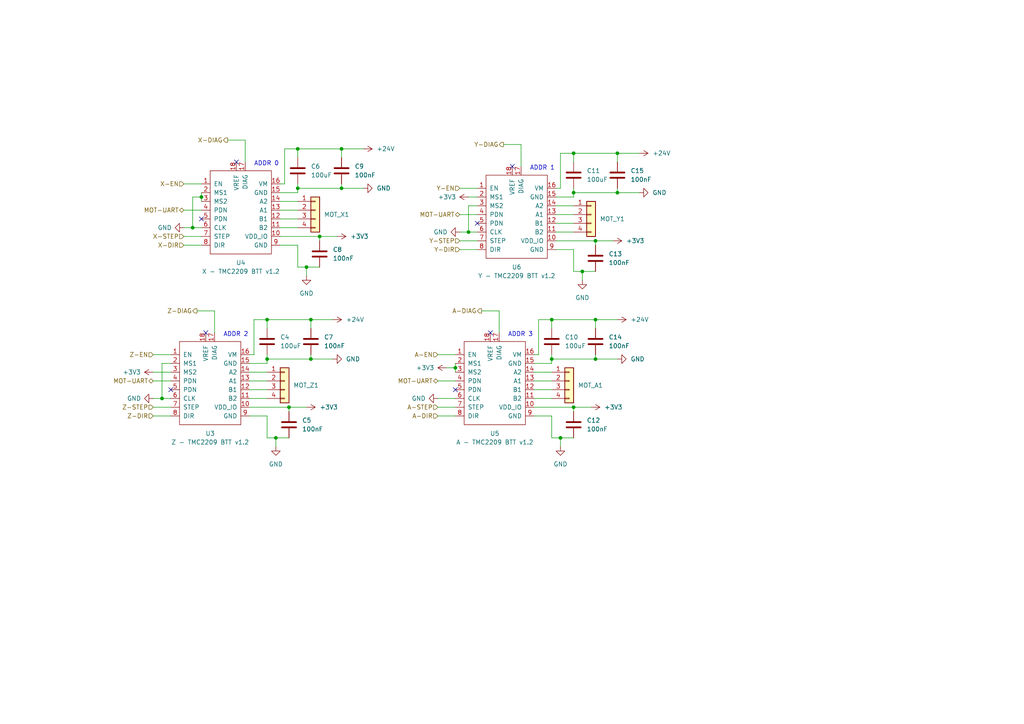
<source format=kicad_sch>
(kicad_sch (version 20211123) (generator eeschema)
  (paper "A4")
  (title_block (title "TMC2209 Drivers") (date "2022-01-01") (rev "1") (company "Teske's Lab"))
  (lib_symbols
    (symbol "Connector_Generic:Conn_01x04" (pin_names (offset 1.016) hide)
      (property "Reference" "J" (at 0 5.08 0))
      (property "Value" "Conn_01x04" (at 0 -7.62 0))
      (symbol "Conn_01x04_1_1"
        (rectangle (start -1.27 -4.953) (end 0 -5.207) (stroke (width 0.1524)))
        (rectangle (start -1.27 -2.413) (end 0 -2.667) (stroke (width 0.1524)))
        (rectangle (start -1.27 0.127) (end 0 -0.127) (stroke (width 0.1524)))
        (rectangle (start -1.27 2.667) (end 0 2.413) (stroke (width 0.1524)))
        (rectangle (start -1.27 3.81) (end 1.27 -6.35) (stroke (width 0.254)) (fill (type background)))
        (pin passive line (at -5.08 2.54 0) (length 3.81) (name "Pin_1") (number "1"))
        (pin passive line (at -5.08 0 0) (length 3.81) (name "Pin_2") (number "2"))
        (pin passive line (at -5.08 -2.54 0) (length 3.81) (name "Pin_3") (number "3"))
        (pin passive line (at -5.08 -5.08 0) (length 3.81) (name "Pin_4") (number "4"))
      )
    )
    (symbol "Device:C" (pin_numbers hide) (pin_names (offset 0.254))
      (property "Reference" "C" (at 0.635 2.54 0))
      (property "Value" "C" (at 0.635 -2.54 0))
      (symbol "C_0_1"
        (polyline (pts (xy -2.032 -0.762) (xy 2.032 -0.762)) (stroke (width 0.508)))
        (polyline (pts (xy -2.032 0.762) (xy 2.032 0.762)) (stroke (width 0.508)))
      )
      (symbol "C_1_1"
        (pin passive line (at 0 3.81 270) (length 2.794) (name "~") (number "1"))
        (pin passive line (at 0 -3.81 90) (length 2.794) (name "~") (number "2"))
      )
    )
    (symbol "analog_tmc2209-btt:Analog_TMC2209-BTT" (pin_names (offset 1.016))
      (property "Reference" "U1" (at 0 -13.2842 0))
      (property "Value" "TMC2209-BTT" (at 0 -15.5956 0))
      (symbol "Analog_TMC2209-BTT_0_1"
        (rectangle (start -8.89 12.7) (end 8.89 -11.43))
      )
      (symbol "Analog_TMC2209-BTT_1_1"
        (pin input line (at -11.43 8.89 0) (length 2.54) (name "EN") (number "1"))
        (pin power_in line (at 11.43 -6.35 180) (length 2.54) (name "VDD_IO") (number "10"))
        (pin output line (at 11.43 -3.81 180) (length 2.54) (name "B2") (number "11"))
        (pin output line (at 11.43 -1.27 180) (length 2.54) (name "B1") (number "12"))
        (pin output line (at 11.43 1.27 180) (length 2.54) (name "A1") (number "13"))
        (pin output line (at 11.43 3.81 180) (length 2.54) (name "A2") (number "14"))
        (pin power_in line (at 11.43 6.35 180) (length 2.54) (name "GND") (number "15"))
        (pin power_in line (at 11.43 8.89 180) (length 2.54) (name "VM") (number "16"))
        (pin output line (at 1.27 15.24 270) (length 2.54) (name "DIAG") (number "17"))
        (pin power_in line (at -1.27 15.24 270) (length 2.54) (name "VREF") (number "18"))
        (pin input line (at -11.43 6.35 0) (length 2.54) (name "MS1") (number "2"))
        (pin input line (at -11.43 3.81 0) (length 2.54) (name "MS2") (number "3"))
        (pin bidirectional line (at -11.43 1.27 0) (length 2.54) (name "PDN") (number "4"))
        (pin input line (at -11.43 -1.27 0) (length 2.54) (name "PDN") (number "5"))
        (pin input line (at -11.43 -3.81 0) (length 2.54) (name "CLK") (number "6"))
        (pin input line (at -11.43 -6.35 0) (length 2.54) (name "STEP") (number "7"))
        (pin input line (at -11.43 -8.89 0) (length 2.54) (name "DIR") (number "8"))
        (pin power_in line (at 11.43 -8.89 180) (length 2.54) (name "GND") (number "9"))
      )
    )
    (symbol "power:+24V" (power) (pin_names (offset 0))
      (property "Value" "+24V" (at 0 3.556 0))
      (symbol "+24V_0_1"
        (polyline (pts (xy -0.762 1.27) (xy 0 2.54)))
        (polyline (pts (xy 0 0) (xy 0 2.54)))
        (polyline (pts (xy 0 2.54) (xy 0.762 1.27)))
      )
      (symbol "+24V_1_1"
        (pin power_in line (at 0 0 90) (length 0) hide (name "+24V") (number "1"))
      )
    )
    (symbol "power:+3V3" (power) (pin_names (offset 0))
      (property "Value" "+3V3" (at 0 3.556 0))
      (symbol "+3V3_0_1"
        (polyline (pts (xy -0.762 1.27) (xy 0 2.54)))
        (polyline (pts (xy 0 0) (xy 0 2.54)))
        (polyline (pts (xy 0 2.54) (xy 0.762 1.27)))
      )
      (symbol "+3V3_1_1"
        (pin power_in line (at 0 0 90) (length 0) hide (name "+3V3") (number "1"))
      )
    )
    (symbol "power:GND" (power) (pin_names (offset 0))
      (property "Value" "GND" (at 0 -3.81 0))
      (symbol "GND_0_1"
        (polyline (pts (xy 0 0) (xy 0 -1.27) (xy 1.27 -1.27) (xy 0 -2.54) (xy -1.27 -1.27) (xy 0 -1.27)))
      )
      (symbol "GND_1_1"
        (pin power_in line (at 0 0 270) (length 0) hide (name "GND") (number "1"))
      )
    )
  )
  (junction (at 166.37 44.45))
  (junction (at 135.89 67.31))
  (junction (at 166.37 55.88))
  (junction (at 172.72 69.85))
  (junction (at 172.72 104.14))
  (junction (at 179.07 44.45))
  (junction (at 80.01 127))
  (junction (at 166.37 118.11))
  (junction (at 179.07 55.88))
  (junction (at 86.36 54.61))
  (junction (at 172.72 92.71))
  (junction (at 162.56 127))
  (junction (at 58.42 57.15))
  (junction (at 55.88 66.04))
  (junction (at 90.17 104.14))
  (junction (at 88.9 77.47))
  (junction (at 77.47 104.14))
  (junction (at 46.99 115.57))
  (junction (at 90.17 92.71))
  (junction (at 168.91 78.74))
  (junction (at 92.71 68.58))
  (junction (at 99.06 54.61))
  (junction (at 83.82 118.11))
  (junction (at 86.36 43.18))
  (junction (at 160.02 92.71))
  (junction (at 99.06 43.18))
  (junction (at 132.08 106.68))
  (junction (at 160.02 104.14))
  (junction (at 77.47 92.71))
  (no_connect (at 148.59 48.26))
  (no_connect (at 138.43 64.77))
  (no_connect (at 68.58 46.99))
  (no_connect (at 58.42 63.5))
  (no_connect (at 132.08 113.03))
  (no_connect (at 142.24 96.52))
  (no_connect (at 59.69 96.52))
  (no_connect (at 49.53 113.03))
  (wire (pts (xy 58.42 57.15) (xy 58.42 58.42)))
  (wire (pts (xy 72.39 120.65) (xy 77.47 120.65)))
  (wire (pts (xy 83.82 118.11) (xy 88.9 118.11)))
  (wire (pts (xy 88.9 77.47) (xy 92.71 77.47)))
  (wire (pts (xy 127 118.11) (xy 132.08 118.11)))
  (wire (pts (xy 44.45 115.57) (xy 46.99 115.57)))
  (wire (pts (xy 179.07 55.88) (xy 166.37 55.88)))
  (wire (pts (xy 154.94 113.03) (xy 160.02 113.03)))
  (wire (pts (xy 172.72 69.85) (xy 172.72 71.12)))
  (wire (pts (xy 160.02 105.41) (xy 160.02 104.14)))
  (wire (pts (xy 161.29 54.61) (xy 162.56 54.61)))
  (wire (pts (xy 160.02 120.65) (xy 160.02 127)))
  (wire (pts (xy 81.28 53.34) (xy 82.55 53.34)))
  (wire (pts (xy 133.35 54.61) (xy 138.43 54.61)))
  (wire (pts (xy 55.88 57.15) (xy 58.42 57.15)))
  (wire (pts (xy 160.02 127) (xy 162.56 127)))
  (wire (pts (xy 73.66 92.71) (xy 77.47 92.71)))
  (wire (pts (xy 185.42 55.88) (xy 179.07 55.88)))
  (wire (pts (xy 99.06 45.72) (xy 99.06 43.18)))
  (wire (pts (xy 172.72 104.14) (xy 172.72 102.87)))
  (wire (pts (xy 90.17 104.14) (xy 90.17 102.87)))
  (wire (pts (xy 77.47 104.14) (xy 77.47 102.87)))
  (wire (pts (xy 161.29 57.15) (xy 166.37 57.15)))
  (wire (pts (xy 154.94 110.49) (xy 160.02 110.49)))
  (wire (pts (xy 55.88 66.04) (xy 58.42 66.04)))
  (wire (pts (xy 71.12 40.64) (xy 66.04 40.64)))
  (wire (pts (xy 81.28 58.42) (xy 86.36 58.42)))
  (wire (pts (xy 144.78 96.52) (xy 144.78 90.17)))
  (wire (pts (xy 81.28 60.96) (xy 86.36 60.96)))
  (wire (pts (xy 81.28 55.88) (xy 86.36 55.88)))
  (wire (pts (xy 86.36 43.18) (xy 86.36 45.72)))
  (wire (pts (xy 168.91 78.74) (xy 168.91 81.28)))
  (wire (pts (xy 92.71 68.58) (xy 92.71 69.85)))
  (wire (pts (xy 154.94 118.11) (xy 166.37 118.11)))
  (wire (pts (xy 77.47 105.41) (xy 77.47 104.14)))
  (wire (pts (xy 172.72 104.14) (xy 160.02 104.14)))
  (wire (pts (xy 161.29 62.23) (xy 166.37 62.23)))
  (wire (pts (xy 92.71 68.58) (xy 97.79 68.58)))
  (wire (pts (xy 135.89 67.31) (xy 138.43 67.31)))
  (wire (pts (xy 151.13 48.26) (xy 151.13 41.91)))
  (wire (pts (xy 166.37 78.74) (xy 168.91 78.74)))
  (wire (pts (xy 162.56 44.45) (xy 166.37 44.45)))
  (wire (pts (xy 179.07 55.88) (xy 179.07 54.61)))
  (wire (pts (xy 166.37 55.88) (xy 166.37 54.61)))
  (wire (pts (xy 99.06 43.18) (xy 105.41 43.18)))
  (wire (pts (xy 53.34 66.04) (xy 55.88 66.04)))
  (wire (pts (xy 83.82 118.11) (xy 83.82 119.38)))
  (wire (pts (xy 46.99 115.57) (xy 49.53 115.57)))
  (wire (pts (xy 135.89 57.15) (xy 138.43 57.15)))
  (wire (pts (xy 90.17 104.14) (xy 77.47 104.14)))
  (wire (pts (xy 82.55 43.18) (xy 86.36 43.18)))
  (wire (pts (xy 133.35 67.31) (xy 135.89 67.31)))
  (wire (pts (xy 138.43 59.69) (xy 135.89 59.69)))
  (wire (pts (xy 166.37 118.11) (xy 166.37 119.38)))
  (wire (pts (xy 162.56 127) (xy 166.37 127)))
  (wire (pts (xy 162.56 127) (xy 162.56 129.54)))
  (wire (pts (xy 129.54 106.68) (xy 132.08 106.68)))
  (wire (pts (xy 161.29 59.69) (xy 166.37 59.69)))
  (wire (pts (xy 77.47 127) (xy 80.01 127)))
  (wire (pts (xy 135.89 59.69) (xy 135.89 67.31)))
  (wire (pts (xy 172.72 92.71) (xy 179.07 92.71)))
  (wire (pts (xy 90.17 92.71) (xy 77.47 92.71)))
  (wire (pts (xy 166.37 72.39) (xy 166.37 78.74)))
  (wire (pts (xy 168.91 78.74) (xy 172.72 78.74)))
  (wire (pts (xy 160.02 92.71) (xy 160.02 95.25)))
  (wire (pts (xy 44.45 110.49) (xy 49.53 110.49)))
  (wire (pts (xy 62.23 90.17) (xy 57.15 90.17)))
  (wire (pts (xy 156.21 102.87) (xy 156.21 92.71)))
  (wire (pts (xy 179.07 44.45) (xy 185.42 44.45)))
  (wire (pts (xy 58.42 55.88) (xy 58.42 57.15)))
  (wire (pts (xy 80.01 127) (xy 80.01 129.54)))
  (wire (pts (xy 46.99 105.41) (xy 46.99 115.57)))
  (wire (pts (xy 166.37 118.11) (xy 171.45 118.11)))
  (wire (pts (xy 99.06 43.18) (xy 86.36 43.18)))
  (wire (pts (xy 80.01 127) (xy 83.82 127)))
  (wire (pts (xy 72.39 107.95) (xy 77.47 107.95)))
  (wire (pts (xy 72.39 102.87) (xy 73.66 102.87)))
  (wire (pts (xy 90.17 92.71) (xy 96.52 92.71)))
  (wire (pts (xy 81.28 68.58) (xy 92.71 68.58)))
  (wire (pts (xy 81.28 66.04) (xy 86.36 66.04)))
  (wire (pts (xy 144.78 90.17) (xy 139.7 90.17)))
  (wire (pts (xy 53.34 68.58) (xy 58.42 68.58)))
  (wire (pts (xy 166.37 57.15) (xy 166.37 55.88)))
  (wire (pts (xy 133.35 62.23) (xy 138.43 62.23)))
  (wire (pts (xy 71.12 46.99) (xy 71.12 40.64)))
  (wire (pts (xy 77.47 120.65) (xy 77.47 127)))
  (wire (pts (xy 86.36 55.88) (xy 86.36 54.61)))
  (wire (pts (xy 44.45 102.87) (xy 49.53 102.87)))
  (wire (pts (xy 172.72 92.71) (xy 160.02 92.71)))
  (wire (pts (xy 132.08 105.41) (xy 132.08 106.68)))
  (wire (pts (xy 156.21 92.71) (xy 160.02 92.71)))
  (wire (pts (xy 81.28 63.5) (xy 86.36 63.5)))
  (wire (pts (xy 44.45 107.95) (xy 49.53 107.95)))
  (wire (pts (xy 161.29 72.39) (xy 166.37 72.39)))
  (wire (pts (xy 166.37 44.45) (xy 166.37 46.99)))
  (wire (pts (xy 179.07 46.99) (xy 179.07 44.45)))
  (wire (pts (xy 132.08 106.68) (xy 132.08 107.95)))
  (wire (pts (xy 179.07 44.45) (xy 166.37 44.45)))
  (wire (pts (xy 86.36 54.61) (xy 86.36 53.34)))
  (wire (pts (xy 72.39 110.49) (xy 77.47 110.49)))
  (wire (pts (xy 44.45 118.11) (xy 49.53 118.11)))
  (wire (pts (xy 127 102.87) (xy 132.08 102.87)))
  (wire (pts (xy 161.29 69.85) (xy 172.72 69.85)))
  (wire (pts (xy 55.88 66.04) (xy 55.88 57.15)))
  (wire (pts (xy 44.45 120.65) (xy 49.53 120.65)))
  (wire (pts (xy 86.36 71.12) (xy 86.36 77.47)))
  (wire (pts (xy 72.39 113.03) (xy 77.47 113.03)))
  (wire (pts (xy 127 115.57) (xy 132.08 115.57)))
  (wire (pts (xy 53.34 53.34) (xy 58.42 53.34)))
  (wire (pts (xy 53.34 60.96) (xy 58.42 60.96)))
  (wire (pts (xy 99.06 54.61) (xy 99.06 53.34)))
  (wire (pts (xy 154.94 102.87) (xy 156.21 102.87)))
  (wire (pts (xy 133.35 69.85) (xy 138.43 69.85)))
  (wire (pts (xy 151.13 41.91) (xy 146.05 41.91)))
  (wire (pts (xy 105.41 54.61) (xy 99.06 54.61)))
  (wire (pts (xy 77.47 92.71) (xy 77.47 95.25)))
  (wire (pts (xy 49.53 105.41) (xy 46.99 105.41)))
  (wire (pts (xy 154.94 107.95) (xy 160.02 107.95)))
  (wire (pts (xy 154.94 120.65) (xy 160.02 120.65)))
  (wire (pts (xy 72.39 115.57) (xy 77.47 115.57)))
  (wire (pts (xy 179.07 104.14) (xy 172.72 104.14)))
  (wire (pts (xy 154.94 105.41) (xy 160.02 105.41)))
  (wire (pts (xy 86.36 77.47) (xy 88.9 77.47)))
  (wire (pts (xy 172.72 69.85) (xy 177.8 69.85)))
  (wire (pts (xy 99.06 54.61) (xy 86.36 54.61)))
  (wire (pts (xy 161.29 64.77) (xy 166.37 64.77)))
  (wire (pts (xy 162.56 54.61) (xy 162.56 44.45)))
  (wire (pts (xy 72.39 118.11) (xy 83.82 118.11)))
  (wire (pts (xy 127 120.65) (xy 132.08 120.65)))
  (wire (pts (xy 73.66 102.87) (xy 73.66 92.71)))
  (wire (pts (xy 160.02 104.14) (xy 160.02 102.87)))
  (wire (pts (xy 127 110.49) (xy 132.08 110.49)))
  (wire (pts (xy 96.52 104.14) (xy 90.17 104.14)))
  (wire (pts (xy 161.29 67.31) (xy 166.37 67.31)))
  (wire (pts (xy 154.94 115.57) (xy 160.02 115.57)))
  (wire (pts (xy 133.35 72.39) (xy 138.43 72.39)))
  (wire (pts (xy 90.17 95.25) (xy 90.17 92.71)))
  (wire (pts (xy 172.72 95.25) (xy 172.72 92.71)))
  (wire (pts (xy 81.28 71.12) (xy 86.36 71.12)))
  (wire (pts (xy 53.34 71.12) (xy 58.42 71.12)))
  (wire (pts (xy 72.39 105.41) (xy 77.47 105.41)))
  (wire (pts (xy 82.55 53.34) (xy 82.55 43.18)))
  (wire (pts (xy 88.9 77.47) (xy 88.9 80.01)))
  (wire (pts (xy 62.23 96.52) (xy 62.23 90.17)))
  (text "ADDR 2" (at 64.77 97.79 0) (effects (font (size 1.27 1.27)) (justify left bottom)))
  (text "ADDR 1" (at 153.67 49.53 0) (effects (font (size 1.27 1.27)) (justify left bottom)))
  (text "ADDR 3" (at 147.32 97.79 0) (effects (font (size 1.27 1.27)) (justify left bottom)))
  (text "ADDR 0" (at 73.66 48.26 0) (effects (font (size 1.27 1.27)) (justify left bottom)))
  (hierarchical_label "Z-STEP" (shape input) (at 44.45 118.11 180))
  (hierarchical_label "Z-DIAG" (shape output) (at 57.15 90.17 180))
  (hierarchical_label "Y-STEP" (shape input) (at 133.35 69.85 180))
  (hierarchical_label "Y-DIAG" (shape output) (at 146.05 41.91 180))
  (hierarchical_label "MOT-UART" (shape bidirectional) (at 127 110.49 180))
  (hierarchical_label "MOT-UART" (shape bidirectional) (at 44.45 110.49 180))
  (hierarchical_label "X-EN" (shape input) (at 53.34 53.34 180))
  (hierarchical_label "X-DIAG" (shape output) (at 66.04 40.64 180))
  (hierarchical_label "Z-DIR" (shape input) (at 44.45 120.65 180))
  (hierarchical_label "A-DIR" (shape input) (at 127 120.65 180))
  (hierarchical_label "MOT-UART" (shape bidirectional) (at 53.34 60.96 180))
  (hierarchical_label "Z-EN" (shape input) (at 44.45 102.87 180))
  (hierarchical_label "Y-DIR" (shape input) (at 133.35 72.39 180))
  (hierarchical_label "A-STEP" (shape input) (at 127 118.11 180))
  (hierarchical_label "A-DIAG" (shape output) (at 139.7 90.17 180))
  (hierarchical_label "Y-EN" (shape input) (at 133.35 54.61 180))
  (hierarchical_label "A-EN" (shape input) (at 127 102.87 180))
  (hierarchical_label "MOT-UART" (shape bidirectional) (at 133.35 62.23 180))
  (hierarchical_label "X-DIR" (shape input) (at 53.34 71.12 180))
  (hierarchical_label "X-STEP" (shape input) (at 53.34 68.58 180))
  (symbol (lib_id "Device:C") (at 83.82 123.19 0) (unit 1)
    (property "Reference" "C5" (at 87.63 121.9199 0) (effects (justify left)))
    (property "Value" "100nF" (at 87.63 124.4599 0) (effects (justify left)))
    (property "Footprint" "Capacitor_SMD:C_0805_2012Metric_Pad1.18x1.45mm_HandSolder" (effects hide))
  )
  (symbol (lib_id "Connector_Generic:Conn_01x04") (at 82.55 110.49 0) (unit 1)
    (property "Reference" "MOT_Z1" (at 85.09 111.76 0) (effects (justify left)))
    (property "Value" "Conn_01x04" (effects hide))
    (property "Footprint" "Connector_PinHeader_2.54mm:PinHeader_1x04_P2.54mm_Vertical" (effects hide))
  )
  (symbol (lib_id "Device:C") (at 86.36 49.53 0) (unit 1)
    (property "Reference" "C6" (at 90.17 48.2599 0) (effects (justify left)))
    (property "Value" "100uF" (at 90.17 50.7999 0) (effects (justify left)))
    (property "Footprint" "Capacitor_THT:CP_Radial_D8.0mm_P3.50mm" (effects hide))
  )
  (symbol (lib_id "Device:C") (at 90.17 99.06 0) (unit 1)
    (property "Reference" "C7" (at 93.98 97.7899 0) (effects (justify left)))
    (property "Value" "100nF" (at 93.98 100.3299 0) (effects (justify left)))
    (property "Footprint" "Capacitor_SMD:C_0805_2012Metric_Pad1.18x1.45mm_HandSolder" (effects hide))
  )
  (symbol (lib_id "Device:C") (at 179.07 50.8 0) (unit 1)
    (property "Reference" "C15" (at 182.88 49.5299 0) (effects (justify left)))
    (property "Value" "100nF" (at 182.88 52.0699 0) (effects (justify left)))
    (property "Footprint" "Capacitor_SMD:C_0805_2012Metric_Pad1.18x1.45mm_HandSolder" (effects hide))
  )
  (symbol (lib_id "Device:C") (at 99.06 49.53 0) (unit 1)
    (property "Reference" "C9" (at 102.87 48.2599 0) (effects (justify left)))
    (property "Value" "100nF" (at 102.87 50.7999 0) (effects (justify left)))
    (property "Footprint" "Capacitor_SMD:C_0805_2012Metric_Pad1.18x1.45mm_HandSolder" (effects hide))
  )
  (symbol (lib_id "power:GND") (at 105.41 54.61 90) (unit 1)
    (property "Reference" "#PWR028" (effects hide))
    (property "Value" "GND" (at 109.22 54.6099 90) (effects (justify right)))
  )
  (symbol (lib_id "Connector_Generic:Conn_01x04") (at 171.45 62.23 0) (unit 1)
    (property "Reference" "MOT_Y1" (at 173.99 63.5 0) (effects (justify left)))
    (property "Value" "Conn_01x04" (effects hide))
    (property "Footprint" "Connector_PinHeader_2.54mm:PinHeader_1x04_P2.54mm_Vertical" (effects hide))
  )
  (symbol (lib_id "analog_tmc2209-btt:Analog_TMC2209-BTT") (at 60.96 111.76 0) (unit 1)
    (property "Reference" "U3" (at 60.96 125.73 0))
    (property "Value" "Z - TMC2209 BTT v1.2" (at 60.96 128.27 0))
    (property "Footprint" "TMC2209:BTT-TMC2209" (effects hide))
  )
  (symbol (lib_id "Device:C") (at 172.72 99.06 0) (unit 1)
    (property "Reference" "C14" (at 176.53 97.7899 0) (effects (justify left)))
    (property "Value" "100nF" (at 176.53 100.3299 0) (effects (justify left)))
    (property "Footprint" "Capacitor_SMD:C_0805_2012Metric_Pad1.18x1.45mm_HandSolder" (effects hide))
  )
  (symbol (lib_id "power:+24V") (at 96.52 92.71 270) (unit 1)
    (property "Reference" "#PWR024" (effects hide))
    (property "Value" "+24V" (at 100.33 92.7099 90) (effects (justify left)))
  )
  (symbol (lib_id "power:GND") (at 96.52 104.14 90) (unit 1)
    (property "Reference" "#PWR025" (effects hide))
    (property "Value" "GND" (at 100.33 104.1399 90) (effects (justify right)))
  )
  (symbol (lib_id "power:+24V") (at 185.42 44.45 270) (unit 1)
    (property "Reference" "#PWR039" (effects hide))
    (property "Value" "+24V" (at 189.23 44.4499 90) (effects (justify left)))
  )
  (symbol (lib_id "power:GND") (at 127 115.57 270) (unit 1)
    (property "Reference" "#PWR029" (effects hide))
    (property "Value" "GND" (at 119.38 115.57 90) (effects (justify left)))
  )
  (symbol (lib_id "power:+3V3") (at 135.89 57.15 90) (unit 1)
    (property "Reference" "#PWR032" (effects hide))
    (property "Value" "+3V3" (at 127 57.15 90) (effects (justify right)))
  )
  (symbol (lib_id "Device:C") (at 160.02 99.06 0) (unit 1)
    (property "Reference" "C10" (at 163.83 97.7899 0) (effects (justify left)))
    (property "Value" "100uF" (at 163.83 100.3299 0) (effects (justify left)))
    (property "Footprint" "Capacitor_THT:CP_Radial_D8.0mm_P3.50mm" (effects hide))
  )
  (symbol (lib_id "power:+3V3") (at 88.9 118.11 270) (unit 1)
    (property "Reference" "#PWR023" (effects hide))
    (property "Value" "+3V3" (at 92.71 118.1099 90) (effects (justify left)))
  )
  (symbol (lib_id "power:+3V3") (at 97.79 68.58 270) (unit 1)
    (property "Reference" "#PWR026" (effects hide))
    (property "Value" "+3V3" (at 101.6 68.5799 90) (effects (justify left)))
  )
  (symbol (lib_id "analog_tmc2209-btt:Analog_TMC2209-BTT") (at 149.86 63.5 0) (unit 1)
    (property "Reference" "U6" (at 149.86 77.47 0))
    (property "Value" "Y - TMC2209 BTT v1.2" (at 149.86 80.01 0))
    (property "Footprint" "TMC2209:BTT-TMC2209" (effects hide))
  )
  (symbol (lib_id "power:GND") (at 88.9 80.01 0) (unit 1)
    (property "Reference" "#PWR022" (effects hide))
    (property "Value" "GND" (at 88.9 85.09 0))
  )
  (symbol (lib_id "Device:C") (at 172.72 74.93 0) (unit 1)
    (property "Reference" "C13" (at 176.53 73.6599 0) (effects (justify left)))
    (property "Value" "100nF" (at 176.53 76.1999 0) (effects (justify left)))
    (property "Footprint" "Capacitor_SMD:C_0805_2012Metric_Pad1.18x1.45mm_HandSolder" (effects hide))
  )
  (symbol (lib_id "power:GND") (at 44.45 115.57 270) (unit 1)
    (property "Reference" "#PWR019" (effects hide))
    (property "Value" "GND" (at 36.83 115.57 90) (effects (justify left)))
  )
  (symbol (lib_id "power:+24V") (at 105.41 43.18 270) (unit 1)
    (property "Reference" "#PWR027" (effects hide))
    (property "Value" "+24V" (at 109.22 43.1799 90) (effects (justify left)))
  )
  (symbol (lib_id "power:GND") (at 53.34 66.04 270) (unit 1)
    (property "Reference" "#PWR020" (effects hide))
    (property "Value" "GND" (at 45.72 66.04 90) (effects (justify left)))
  )
  (symbol (lib_id "analog_tmc2209-btt:Analog_TMC2209-BTT") (at 69.85 62.23 0) (unit 1)
    (property "Reference" "U4" (at 69.85 76.2 0))
    (property "Value" "X - TMC2209 BTT v1.2" (at 69.85 78.74 0))
    (property "Footprint" "TMC2209:BTT-TMC2209" (effects hide))
  )
  (symbol (lib_id "Connector_Generic:Conn_01x04") (at 91.44 60.96 0) (unit 1)
    (property "Reference" "MOT_X1" (at 93.98 62.23 0) (effects (justify left)))
    (property "Value" "Conn_01x04" (effects hide))
    (property "Footprint" "Connector_PinHeader_2.54mm:PinHeader_1x04_P2.54mm_Vertical" (effects hide))
  )
  (symbol (lib_id "power:GND") (at 168.91 81.28 0) (unit 1)
    (property "Reference" "#PWR034" (effects hide))
    (property "Value" "GND" (at 168.91 86.36 0))
  )
  (symbol (lib_id "Device:C") (at 166.37 50.8 0) (unit 1)
    (property "Reference" "C11" (at 170.18 49.5299 0) (effects (justify left)))
    (property "Value" "100uF" (at 170.18 52.0699 0) (effects (justify left)))
    (property "Footprint" "Capacitor_THT:CP_Radial_D8.0mm_P3.50mm" (effects hide))
  )
  (symbol (lib_id "power:GND") (at 179.07 104.14 90) (unit 1)
    (property "Reference" "#PWR038" (effects hide))
    (property "Value" "GND" (at 182.88 104.1399 90) (effects (justify right)))
  )
  (symbol (lib_id "analog_tmc2209-btt:Analog_TMC2209-BTT") (at 143.51 111.76 0) (unit 1)
    (property "Reference" "U5" (at 143.51 125.73 0))
    (property "Value" "A - TMC2209 BTT v1.2" (at 143.51 128.27 0))
    (property "Footprint" "TMC2209:BTT-TMC2209" (effects hide))
  )
  (symbol (lib_id "power:+24V") (at 179.07 92.71 270) (unit 1)
    (property "Reference" "#PWR037" (effects hide))
    (property "Value" "+24V" (at 182.88 92.7099 90) (effects (justify left)))
  )
  (symbol (lib_id "power:GND") (at 162.56 129.54 0) (unit 1)
    (property "Reference" "#PWR033" (effects hide))
    (property "Value" "GND" (at 162.56 134.62 0))
  )
  (symbol (lib_id "power:+3V3") (at 171.45 118.11 270) (unit 1)
    (property "Reference" "#PWR035" (effects hide))
    (property "Value" "+3V3" (at 175.26 118.1099 90) (effects (justify left)))
  )
  (symbol (lib_id "Device:C") (at 166.37 123.19 0) (unit 1)
    (property "Reference" "C12" (at 170.18 121.9199 0) (effects (justify left)))
    (property "Value" "100nF" (at 170.18 124.4599 0) (effects (justify left)))
    (property "Footprint" "Capacitor_SMD:C_0805_2012Metric_Pad1.18x1.45mm_HandSolder" (effects hide))
  )
  (symbol (lib_id "power:GND") (at 133.35 67.31 270) (unit 1)
    (property "Reference" "#PWR031" (effects hide))
    (property "Value" "GND" (at 125.73 67.31 90) (effects (justify left)))
  )
  (symbol (lib_id "Device:C") (at 77.47 99.06 0) (unit 1)
    (property "Reference" "C4" (at 81.28 97.7899 0) (effects (justify left)))
    (property "Value" "100uF" (at 81.28 100.3299 0) (effects (justify left)))
    (property "Footprint" "Capacitor_THT:CP_Radial_D8.0mm_P3.50mm" (effects hide))
  )
  (symbol (lib_id "Device:C") (at 92.71 73.66 0) (unit 1)
    (property "Reference" "C8" (at 96.52 72.3899 0) (effects (justify left)))
    (property "Value" "100nF" (at 96.52 74.9299 0) (effects (justify left)))
    (property "Footprint" "Capacitor_SMD:C_0805_2012Metric_Pad1.18x1.45mm_HandSolder" (effects hide))
  )
  (symbol (lib_id "power:GND") (at 80.01 129.54 0) (unit 1)
    (property "Reference" "#PWR021" (effects hide))
    (property "Value" "GND" (at 80.01 134.62 0))
  )
  (symbol (lib_id "power:+3V3") (at 44.45 107.95 90) (unit 1)
    (property "Reference" "#PWR018" (effects hide))
    (property "Value" "+3V3" (at 35.56 107.95 90) (effects (justify right)))
  )
  (symbol (lib_id "power:GND") (at 185.42 55.88 90) (unit 1)
    (property "Reference" "#PWR040" (effects hide))
    (property "Value" "GND" (at 189.23 55.8799 90) (effects (justify right)))
  )
  (symbol (lib_id "power:+3V3") (at 129.54 106.68 90) (unit 1)
    (property "Reference" "#PWR030" (effects hide))
    (property "Value" "+3V3" (at 120.65 106.68 90) (effects (justify right)))
  )
  (symbol (lib_id "power:+3V3") (at 177.8 69.85 270) (unit 1)
    (property "Reference" "#PWR036" (effects hide))
    (property "Value" "+3V3" (at 181.61 69.8499 90) (effects (justify left)))
  )
  (symbol (lib_id "Connector_Generic:Conn_01x04") (at 165.1 110.49 0) (unit 1)
    (property "Reference" "MOT_A1" (at 167.64 111.76 0) (effects (justify left)))
    (property "Value" "Conn_01x04" (effects hide))
    (property "Footprint" "Connector_PinHeader_2.54mm:PinHeader_1x04_P2.54mm_Vertical" (effects hide))
  )
)
</source>
